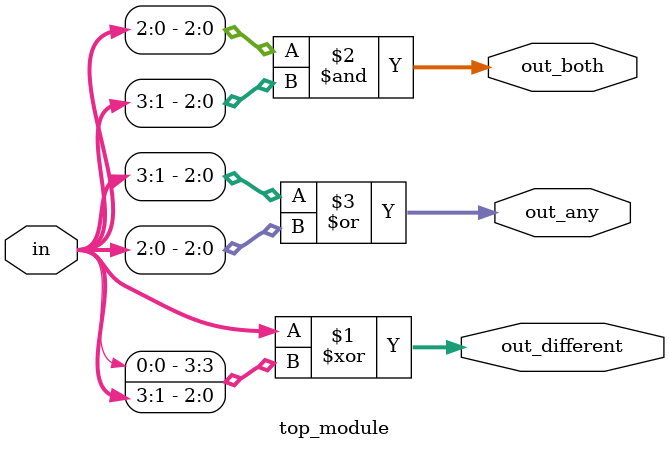
<source format=v>
module top_module( 
    input [3:0] in,
    output [2:0] out_both,
    output [3:1] out_any,
    output [3:0] out_different );
//bitwise
    assign out_different = in[3:0]^{in[0],in[3:1]};
    assign out_both = in[2:0]&in[3:1];
    assign out_any = in[3:1]|in[2:0];
endmodule
</source>
